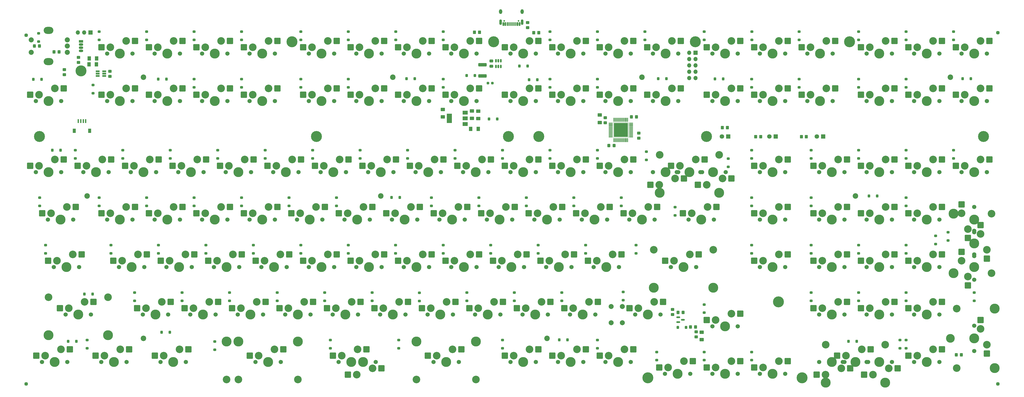
<source format=gbr>
G04 #@! TF.GenerationSoftware,KiCad,Pcbnew,7.0.1*
G04 #@! TF.CreationDate,2023-04-05T01:55:01-04:00*
G04 #@! TF.ProjectId,Boston-keyboard-V081JHA,426f7374-6f6e-42d6-9b65-79626f617264,rev?*
G04 #@! TF.SameCoordinates,Original*
G04 #@! TF.FileFunction,Soldermask,Bot*
G04 #@! TF.FilePolarity,Negative*
%FSLAX46Y46*%
G04 Gerber Fmt 4.6, Leading zero omitted, Abs format (unit mm)*
G04 Created by KiCad (PCBNEW 7.0.1) date 2023-04-05 01:55:01*
%MOMM*%
%LPD*%
G01*
G04 APERTURE LIST*
G04 Aperture macros list*
%AMRoundRect*
0 Rectangle with rounded corners*
0 $1 Rounding radius*
0 $2 $3 $4 $5 $6 $7 $8 $9 X,Y pos of 4 corners*
0 Add a 4 corners polygon primitive as box body*
4,1,4,$2,$3,$4,$5,$6,$7,$8,$9,$2,$3,0*
0 Add four circle primitives for the rounded corners*
1,1,$1+$1,$2,$3*
1,1,$1+$1,$4,$5*
1,1,$1+$1,$6,$7*
1,1,$1+$1,$8,$9*
0 Add four rect primitives between the rounded corners*
20,1,$1+$1,$2,$3,$4,$5,0*
20,1,$1+$1,$4,$5,$6,$7,0*
20,1,$1+$1,$6,$7,$8,$9,0*
20,1,$1+$1,$8,$9,$2,$3,0*%
G04 Aperture macros list end*
%ADD10C,2.200000*%
%ADD11R,1.800000X1.070000*%
%ADD12O,1.800000X1.070000*%
%ADD13R,1.800000X1.800000*%
%ADD14C,1.800000*%
%ADD15C,4.400000*%
%ADD16C,1.448000*%
%ADD17C,2.000000*%
%ADD18R,1.700000X1.700000*%
%ADD19O,1.700000X1.700000*%
%ADD20C,3.500000*%
%ADD21RoundRect,0.250000X-0.350000X0.250000X-0.350000X-0.250000X0.350000X-0.250000X0.350000X0.250000X0*%
%ADD22C,1.701800*%
%ADD23C,3.048000*%
%ADD24C,3.987800*%
%ADD25RoundRect,0.254000X1.016000X1.016000X-1.016000X1.016000X-1.016000X-1.016000X1.016000X-1.016000X0*%
%ADD26RoundRect,0.250000X0.350000X0.450000X-0.350000X0.450000X-0.350000X-0.450000X0.350000X-0.450000X0*%
%ADD27RoundRect,0.250001X-0.462499X-0.624999X0.462499X-0.624999X0.462499X0.624999X-0.462499X0.624999X0*%
%ADD28RoundRect,0.250000X0.250000X0.350000X-0.250000X0.350000X-0.250000X-0.350000X0.250000X-0.350000X0*%
%ADD29RoundRect,0.250001X0.624999X-0.462499X0.624999X0.462499X-0.624999X0.462499X-0.624999X-0.462499X0*%
%ADD30R,2.000000X1.500000*%
%ADD31R,2.000000X3.800000*%
%ADD32RoundRect,0.254000X-1.016000X1.016000X-1.016000X-1.016000X1.016000X-1.016000X1.016000X1.016000X0*%
%ADD33RoundRect,0.250000X-0.450000X0.325000X-0.450000X-0.325000X0.450000X-0.325000X0.450000X0.325000X0*%
%ADD34RoundRect,0.254000X-1.016000X-1.016000X1.016000X-1.016000X1.016000X1.016000X-1.016000X1.016000X0*%
%ADD35RoundRect,0.237500X0.287500X0.237500X-0.287500X0.237500X-0.287500X-0.237500X0.287500X-0.237500X0*%
%ADD36RoundRect,0.250000X1.450000X-0.400000X1.450000X0.400000X-1.450000X0.400000X-1.450000X-0.400000X0*%
%ADD37RoundRect,0.250001X-0.624999X0.462499X-0.624999X-0.462499X0.624999X-0.462499X0.624999X0.462499X0*%
%ADD38RoundRect,0.250000X0.450000X-0.325000X0.450000X0.325000X-0.450000X0.325000X-0.450000X-0.325000X0*%
%ADD39RoundRect,0.254000X1.016000X-1.016000X1.016000X1.016000X-1.016000X1.016000X-1.016000X-1.016000X0*%
%ADD40RoundRect,0.075000X0.662500X0.075000X-0.662500X0.075000X-0.662500X-0.075000X0.662500X-0.075000X0*%
%ADD41RoundRect,0.075000X0.075000X0.662500X-0.075000X0.662500X-0.075000X-0.662500X0.075000X-0.662500X0*%
%ADD42C,2.032000*%
%ADD43O,3.900000X2.799999*%
%ADD44RoundRect,0.250000X0.325000X0.450000X-0.325000X0.450000X-0.325000X-0.450000X0.325000X-0.450000X0*%
%ADD45RoundRect,0.250000X-0.325000X-0.450000X0.325000X-0.450000X0.325000X0.450000X-0.325000X0.450000X0*%
%ADD46C,0.650000*%
%ADD47RoundRect,0.150000X-0.150000X-0.575000X0.150000X-0.575000X0.150000X0.575000X-0.150000X0.575000X0*%
%ADD48RoundRect,0.075000X-0.075000X-0.650000X0.075000X-0.650000X0.075000X0.650000X-0.075000X0.650000X0*%
%ADD49O,1.300000X1.900000*%
%ADD50O,1.100000X2.200000*%
%ADD51R,1.560000X0.650000*%
%ADD52R,0.600000X1.550000*%
%ADD53C,0.500000*%
%ADD54R,1.200000X1.800000*%
%ADD55RoundRect,0.250000X-0.350000X-0.450000X0.350000X-0.450000X0.350000X0.450000X-0.350000X0.450000X0*%
%ADD56RoundRect,0.062500X0.375000X0.062500X-0.375000X0.062500X-0.375000X-0.062500X0.375000X-0.062500X0*%
%ADD57RoundRect,0.062500X0.062500X0.375000X-0.062500X0.375000X-0.062500X-0.375000X0.062500X-0.375000X0*%
%ADD58R,5.600000X5.600000*%
%ADD59RoundRect,0.150000X-0.587500X-0.150000X0.587500X-0.150000X0.587500X0.150000X-0.587500X0.150000X0*%
%ADD60RoundRect,0.250000X-0.475000X0.337500X-0.475000X-0.337500X0.475000X-0.337500X0.475000X0.337500X0*%
%ADD61RoundRect,0.150000X0.150000X-0.512500X0.150000X0.512500X-0.150000X0.512500X-0.150000X-0.512500X0*%
G04 APERTURE END LIST*
D10*
X304125200Y-48899992D03*
D11*
X79000000Y-34470000D03*
D12*
X79000000Y-35740000D03*
X79000000Y-37010000D03*
X79000000Y-38280000D03*
D10*
X389850272Y-96525032D03*
X427950304Y-48899992D03*
D13*
X338732500Y-72712500D03*
D14*
X336192500Y-72712500D03*
D15*
X330000000Y-72712500D03*
D16*
X447000000Y-31000000D03*
D13*
X357782500Y-72712500D03*
D14*
X355242500Y-72712500D03*
D17*
X291750000Y-147400000D03*
X291750000Y-140900000D03*
X296250000Y-147400000D03*
X296250000Y-140900000D03*
D18*
X82825000Y-30950000D03*
D19*
X80285000Y-30950000D03*
X77745000Y-30950000D03*
D16*
X57000000Y-172000000D03*
D10*
X266025168Y-153675080D03*
D16*
X57000000Y-32000000D03*
D10*
X199350112Y-96525032D03*
X104100032Y-153675080D03*
D15*
X173500000Y-72712500D03*
D10*
X204112500Y-48900000D03*
D20*
X427950304Y-153675080D03*
D10*
X81478138Y-96525032D03*
D18*
X325655625Y-39087500D03*
D19*
X323115625Y-39087500D03*
X325655625Y-41627500D03*
X323115625Y-41627500D03*
X325655625Y-44167500D03*
X323115625Y-44167500D03*
X325655625Y-46707500D03*
X323115625Y-46707500D03*
X325655625Y-49247500D03*
X323115625Y-49247500D03*
D13*
X376832500Y-72712500D03*
D14*
X374292500Y-72712500D03*
D16*
X447000000Y-172000000D03*
D21*
X124340625Y-97256250D03*
X124340625Y-100556250D03*
D22*
X280630000Y-87000000D03*
D23*
X278090000Y-81920000D03*
D24*
X275550000Y-87000000D03*
D23*
X271740000Y-84460000D03*
D22*
X270470000Y-87000000D03*
D25*
X281646000Y-81920000D03*
X268184000Y-84460000D03*
D15*
X387468750Y-34675000D03*
X163631250Y-34675000D03*
D26*
X262700000Y-31025000D03*
X260700000Y-31025000D03*
D24*
X401788000Y-171455000D03*
D23*
X401788000Y-156215000D03*
D22*
X394930000Y-163200000D03*
D23*
X392390000Y-158120000D03*
D24*
X389850000Y-163200000D03*
D23*
X386040000Y-160660000D03*
D22*
X384770000Y-163200000D03*
D24*
X377912000Y-171455000D03*
D23*
X377912000Y-156215000D03*
D25*
X395946000Y-158120000D03*
X382484000Y-160660000D03*
D27*
X235412500Y-69625000D03*
X238387500Y-69625000D03*
D21*
X238640625Y-97256250D03*
X238640625Y-100556250D03*
D28*
X262150000Y-49925000D03*
X258850000Y-49925000D03*
D29*
X238400000Y-65512500D03*
X238400000Y-62537500D03*
D15*
X306506250Y-169530000D03*
D22*
X256817500Y-125100000D03*
D23*
X254277500Y-120020000D03*
D24*
X251737500Y-125100000D03*
D23*
X247927500Y-122560000D03*
D22*
X246657500Y-125100000D03*
D25*
X257833500Y-120020000D03*
X244371500Y-122560000D03*
D21*
X286265625Y-49631250D03*
X286265625Y-52931250D03*
D22*
X423505000Y-163200000D03*
D23*
X420965000Y-158120000D03*
D24*
X418425000Y-163200000D03*
D23*
X414615000Y-160660000D03*
D22*
X413345000Y-163200000D03*
D25*
X424521000Y-158120000D03*
X411059000Y-160660000D03*
D22*
X261580000Y-163200000D03*
D23*
X259040000Y-158120000D03*
D24*
X256500000Y-163200000D03*
D23*
X252690000Y-160660000D03*
D22*
X251420000Y-163200000D03*
D25*
X262596000Y-158120000D03*
X249134000Y-160660000D03*
D15*
X441174000Y-72712500D03*
D21*
X224353125Y-49631250D03*
X224353125Y-52931250D03*
D22*
X99655000Y-58425000D03*
D23*
X97115000Y-53345000D03*
D24*
X94575000Y-58425000D03*
D23*
X90765000Y-55885000D03*
D22*
X89495000Y-58425000D03*
D25*
X100671000Y-53345000D03*
X87209000Y-55885000D03*
D22*
X309205000Y-106050000D03*
D23*
X306665000Y-100970000D03*
D24*
X304125000Y-106050000D03*
D23*
X300315000Y-103510000D03*
D22*
X299045000Y-106050000D03*
D25*
X310221000Y-100970000D03*
X296759000Y-103510000D03*
D30*
X233150000Y-63125000D03*
X233150000Y-65425000D03*
D31*
X226850000Y-65425000D03*
D30*
X233150000Y-67725000D03*
D21*
X276778750Y-97256250D03*
X276778750Y-100556250D03*
D22*
X218717500Y-39375000D03*
D23*
X216177500Y-34295000D03*
D24*
X213637500Y-39375000D03*
D23*
X209827500Y-36835000D03*
D22*
X208557500Y-39375000D03*
D25*
X219733500Y-34295000D03*
X206271500Y-36835000D03*
D21*
X348178125Y-78206250D03*
X348178125Y-81506250D03*
D15*
X62300000Y-72712500D03*
D29*
X235900000Y-65412500D03*
X235900000Y-62437500D03*
D28*
X63150000Y-49725000D03*
X59850000Y-49725000D03*
D22*
X437475000Y-100970000D03*
D23*
X432395000Y-103510000D03*
D24*
X437475000Y-106050000D03*
D23*
X434935000Y-109860000D03*
D22*
X437475000Y-111130000D03*
D32*
X432395000Y-99954000D03*
X434935000Y-113416000D03*
D33*
X90600000Y-46500000D03*
X90600000Y-48550000D03*
D22*
X342542500Y-58425000D03*
D23*
X340002500Y-53345000D03*
D24*
X337462500Y-58425000D03*
D23*
X333652500Y-55885000D03*
D22*
X332382500Y-58425000D03*
D25*
X343558500Y-53345000D03*
X330096500Y-55885000D03*
D22*
X361592500Y-125100000D03*
D23*
X359052500Y-120020000D03*
D24*
X356512500Y-125100000D03*
D23*
X352702500Y-122560000D03*
D22*
X351432500Y-125100000D03*
D25*
X362608500Y-120020000D03*
X349146500Y-122560000D03*
D21*
X348216250Y-30581250D03*
X348216250Y-33881250D03*
D22*
X361592500Y-106050000D03*
D23*
X359052500Y-100970000D03*
D24*
X356512500Y-106050000D03*
D23*
X352702500Y-103510000D03*
D22*
X351432500Y-106050000D03*
D25*
X362608500Y-100970000D03*
X349146500Y-103510000D03*
D21*
X76715625Y-78206250D03*
X76715625Y-81506250D03*
X114853750Y-78206250D03*
X114853750Y-81506250D03*
D28*
X212906372Y-49495305D03*
X209606372Y-49495305D03*
D27*
X82262500Y-41325000D03*
X85237500Y-41325000D03*
D15*
X262700000Y-72712500D03*
D22*
X423505000Y-125100000D03*
D23*
X420965000Y-120020000D03*
D24*
X418425000Y-125100000D03*
D23*
X414615000Y-122560000D03*
D22*
X413345000Y-125100000D03*
D25*
X424521000Y-120020000D03*
X411059000Y-122560000D03*
D22*
X97273750Y-163200000D03*
D23*
X94733750Y-158120000D03*
D24*
X92193750Y-163200000D03*
D23*
X88383750Y-160660000D03*
D22*
X87113750Y-163200000D03*
D25*
X98289750Y-158120000D03*
X84827750Y-160660000D03*
D24*
X89844250Y-152405000D03*
D23*
X89844250Y-137165000D03*
D22*
X82986250Y-144150000D03*
D23*
X80446250Y-139070000D03*
D24*
X77906250Y-144150000D03*
D23*
X74096250Y-141610000D03*
D22*
X72826250Y-144150000D03*
D24*
X65968250Y-152405000D03*
D23*
X65968250Y-137165000D03*
D25*
X84002250Y-139070000D03*
X70540250Y-141610000D03*
D22*
X394295000Y-163200000D03*
D23*
X396835000Y-168280000D03*
D24*
X399375000Y-163200000D03*
D23*
X403185000Y-165740000D03*
D22*
X404455000Y-163200000D03*
D34*
X393279000Y-168280000D03*
X406741000Y-165740000D03*
D21*
X243403125Y-116306250D03*
X243403125Y-119606250D03*
D22*
X142517500Y-125100000D03*
D23*
X139977500Y-120020000D03*
D24*
X137437500Y-125100000D03*
D23*
X133627500Y-122560000D03*
D22*
X132357500Y-125100000D03*
D25*
X143533500Y-120020000D03*
X130071500Y-122560000D03*
D22*
X299680000Y-39375000D03*
D23*
X297140000Y-34295000D03*
D24*
X294600000Y-39375000D03*
D23*
X290790000Y-36835000D03*
D22*
X289520000Y-39375000D03*
D25*
X300696000Y-34295000D03*
X287234000Y-36835000D03*
D22*
X333017500Y-106050000D03*
D23*
X330477500Y-100970000D03*
D24*
X327937500Y-106050000D03*
D23*
X324127500Y-103510000D03*
D22*
X322857500Y-106050000D03*
D25*
X334033500Y-100970000D03*
X320571500Y-103510000D03*
D22*
X132992500Y-144150000D03*
D23*
X130452500Y-139070000D03*
D24*
X127912500Y-144150000D03*
D23*
X124102500Y-141610000D03*
D22*
X122832500Y-144150000D03*
D25*
X134008500Y-139070000D03*
X120546500Y-141610000D03*
D21*
X407709375Y-154406250D03*
X407709375Y-157706250D03*
X329128125Y-30581250D03*
X329128125Y-33881250D03*
D22*
X266342500Y-144150000D03*
D23*
X263802500Y-139070000D03*
D24*
X261262500Y-144150000D03*
D23*
X257452500Y-141610000D03*
D22*
X256182500Y-144150000D03*
D25*
X267358500Y-139070000D03*
X253896500Y-141610000D03*
D22*
X218717500Y-125100000D03*
D23*
X216177500Y-120020000D03*
D24*
X213637500Y-125100000D03*
D23*
X209827500Y-122560000D03*
D22*
X208557500Y-125100000D03*
D25*
X219733500Y-120020000D03*
X206271500Y-122560000D03*
D21*
X172003750Y-78206250D03*
X172003750Y-81506250D03*
D22*
X185380000Y-87000000D03*
D23*
X182840000Y-81920000D03*
D24*
X180300000Y-87000000D03*
D23*
X176490000Y-84460000D03*
D22*
X175220000Y-87000000D03*
D25*
X186396000Y-81920000D03*
X172934000Y-84460000D03*
D24*
X332731964Y-133355000D03*
D23*
X332731964Y-118115000D03*
D22*
X325873964Y-125100000D03*
D23*
X323333964Y-120020000D03*
D24*
X320793964Y-125100000D03*
D23*
X316983964Y-122560000D03*
D22*
X315713964Y-125100000D03*
D24*
X308855964Y-133355000D03*
D23*
X308855964Y-118115000D03*
D25*
X326889964Y-120020000D03*
X313427964Y-122560000D03*
D21*
X219590625Y-97256250D03*
X219590625Y-100556250D03*
D22*
X299680000Y-87000000D03*
D23*
X297140000Y-81920000D03*
D24*
X294600000Y-87000000D03*
D23*
X290790000Y-84460000D03*
D22*
X289520000Y-87000000D03*
D25*
X300696000Y-81920000D03*
X287234000Y-84460000D03*
D22*
X156805000Y-58425000D03*
D23*
X154265000Y-53345000D03*
D24*
X151725000Y-58425000D03*
D23*
X147915000Y-55885000D03*
D22*
X146645000Y-58425000D03*
D25*
X157821000Y-53345000D03*
X144359000Y-55885000D03*
D22*
X199667500Y-125100000D03*
D23*
X197127500Y-120020000D03*
D24*
X194587500Y-125100000D03*
D23*
X190777500Y-122560000D03*
D22*
X189507500Y-125100000D03*
D25*
X200683500Y-120020000D03*
X187221500Y-122560000D03*
D15*
X244593750Y-34675000D03*
D28*
X70750000Y-78225000D03*
X67450000Y-78225000D03*
D22*
X261580160Y-39375000D03*
D23*
X259040160Y-34295000D03*
D24*
X256500160Y-39375000D03*
D23*
X252690160Y-36835000D03*
D22*
X251420160Y-39375000D03*
D25*
X262596160Y-34295000D03*
X249134160Y-36835000D03*
D21*
X167241250Y-116306250D03*
X167241250Y-119606250D03*
D22*
X223480000Y-87000000D03*
D23*
X220940000Y-81920000D03*
D24*
X218400000Y-87000000D03*
D23*
X214590000Y-84460000D03*
D22*
X213320000Y-87000000D03*
D25*
X224496000Y-81920000D03*
X211034000Y-84460000D03*
D22*
X442555000Y-87000000D03*
D23*
X440015000Y-81920000D03*
D24*
X437475000Y-87000000D03*
D23*
X433665000Y-84460000D03*
D22*
X432395000Y-87000000D03*
D25*
X443571000Y-81920000D03*
X430109000Y-84460000D03*
D21*
X296600000Y-135075000D03*
X296600000Y-138375000D03*
X410090625Y-97256250D03*
X410090625Y-100556250D03*
D33*
X289400000Y-65139069D03*
X289400000Y-67189069D03*
D22*
X118705000Y-106050000D03*
D23*
X116165000Y-100970000D03*
D24*
X113625000Y-106050000D03*
D23*
X109815000Y-103510000D03*
D22*
X108545000Y-106050000D03*
D25*
X119721000Y-100970000D03*
X106259000Y-103510000D03*
D22*
X194905000Y-106050000D03*
D23*
X192365000Y-100970000D03*
D24*
X189825000Y-106050000D03*
D23*
X186015000Y-103510000D03*
D22*
X184745000Y-106050000D03*
D25*
X195921000Y-100970000D03*
X182459000Y-103510000D03*
D21*
X61975000Y-31275000D03*
X61975000Y-34575000D03*
D22*
X113942500Y-144150000D03*
D23*
X111402500Y-139070000D03*
D24*
X108862500Y-144150000D03*
D23*
X105052500Y-141610000D03*
D22*
X103782500Y-144150000D03*
D25*
X114958500Y-139070000D03*
X101496500Y-141610000D03*
D22*
X404455000Y-144150000D03*
D23*
X401915000Y-139070000D03*
D24*
X399375000Y-144150000D03*
D23*
X395565000Y-141610000D03*
D22*
X394295000Y-144150000D03*
D25*
X405471000Y-139070000D03*
X392009000Y-141610000D03*
D22*
X190142500Y-144150000D03*
D23*
X187602500Y-139070000D03*
D24*
X185062500Y-144150000D03*
D23*
X181252500Y-141610000D03*
D22*
X179982500Y-144150000D03*
D25*
X191158500Y-139070000D03*
X177696500Y-141610000D03*
D21*
X367228125Y-30581250D03*
X367228125Y-33881250D03*
D22*
X90130000Y-87000000D03*
D23*
X87590000Y-81920000D03*
D24*
X85050000Y-87000000D03*
D23*
X81240000Y-84460000D03*
D22*
X79970000Y-87000000D03*
D25*
X91146000Y-81920000D03*
X77684000Y-84460000D03*
D24*
X335113000Y-95255000D03*
D23*
X335113000Y-80015000D03*
D22*
X328255000Y-87000000D03*
D23*
X325715000Y-81920000D03*
D24*
X323175000Y-87000000D03*
D23*
X319365000Y-84460000D03*
D22*
X318095000Y-87000000D03*
D24*
X311237000Y-95255000D03*
D23*
X311237000Y-80015000D03*
D25*
X329271000Y-81920000D03*
X315809000Y-84460000D03*
D21*
X143390625Y-30581250D03*
X143390625Y-33881250D03*
D22*
X128230000Y-87000000D03*
D23*
X125690000Y-81920000D03*
D24*
X123150000Y-87000000D03*
D23*
X119340000Y-84460000D03*
D22*
X118070000Y-87000000D03*
D25*
X129246000Y-81920000D03*
X115784000Y-84460000D03*
D21*
X437475000Y-135356250D03*
X437475000Y-138656250D03*
D22*
X423505000Y-87000000D03*
D23*
X420965000Y-81920000D03*
D24*
X418425000Y-87000000D03*
D23*
X414615000Y-84460000D03*
D22*
X413345000Y-87000000D03*
D25*
X424521000Y-81920000D03*
X411059000Y-84460000D03*
D22*
X442555000Y-58425000D03*
D23*
X440015000Y-53345000D03*
D24*
X437475000Y-58425000D03*
D23*
X433665000Y-55885000D03*
D22*
X432395000Y-58425000D03*
D25*
X443571000Y-53345000D03*
X430109000Y-55885000D03*
D22*
X199667606Y-39375000D03*
D23*
X197127606Y-34295000D03*
D24*
X194587606Y-39375000D03*
D23*
X190777606Y-36835000D03*
D22*
X189507606Y-39375000D03*
D25*
X200683606Y-34295000D03*
X187221606Y-36835000D03*
D22*
X404455000Y-39375000D03*
D23*
X401915000Y-34295000D03*
D24*
X399375000Y-39375000D03*
D23*
X395565000Y-36835000D03*
D22*
X394295000Y-39375000D03*
D25*
X405471000Y-34295000D03*
X392009000Y-36835000D03*
D21*
X205341250Y-30581250D03*
X205341250Y-33881250D03*
D22*
X156805000Y-39375000D03*
D23*
X154265000Y-34295000D03*
D24*
X151725000Y-39375000D03*
D23*
X147915000Y-36835000D03*
D22*
X146645000Y-39375000D03*
D25*
X157821000Y-34295000D03*
X144359000Y-36835000D03*
D21*
X317460000Y-101066250D03*
X317460000Y-104366250D03*
X124340625Y-49631250D03*
X124340625Y-52931250D03*
D33*
X78000000Y-40900000D03*
X78000000Y-42950000D03*
D21*
X81478125Y-154406250D03*
X81478125Y-157706250D03*
D26*
X351800000Y-72725000D03*
X349800000Y-72725000D03*
D22*
X275867500Y-125100000D03*
D23*
X273327500Y-120020000D03*
D24*
X270787500Y-125100000D03*
D23*
X266977500Y-122560000D03*
D22*
X265707500Y-125100000D03*
D25*
X276883500Y-120020000D03*
X263421500Y-122560000D03*
D15*
X79000000Y-46375000D03*
D22*
X237767500Y-58425000D03*
D23*
X235227500Y-53345000D03*
D24*
X232687500Y-58425000D03*
D23*
X228877500Y-55885000D03*
D22*
X227607500Y-58425000D03*
D25*
X238783500Y-53345000D03*
X225321500Y-55885000D03*
D22*
X404455000Y-125100000D03*
D23*
X401915000Y-120020000D03*
D24*
X399375000Y-125100000D03*
D23*
X395565000Y-122560000D03*
D22*
X394295000Y-125100000D03*
D25*
X405471000Y-120020000D03*
X392009000Y-122560000D03*
D22*
X280630000Y-39375000D03*
D23*
X278090000Y-34295000D03*
D24*
X275550000Y-39375000D03*
D23*
X271740000Y-36835000D03*
D22*
X270470000Y-39375000D03*
D25*
X281646000Y-34295000D03*
X268184000Y-36835000D03*
D22*
X342542500Y-148912500D03*
D23*
X340002500Y-143832500D03*
D24*
X337462500Y-148912500D03*
D23*
X333652500Y-146372500D03*
D22*
X332382500Y-148912500D03*
D25*
X343558500Y-143832500D03*
X330096500Y-146372500D03*
D21*
X64809375Y-116306250D03*
X64809375Y-119606250D03*
X348178125Y-159168750D03*
X348178125Y-162468750D03*
D22*
X209192500Y-144150000D03*
D23*
X206652500Y-139070000D03*
D24*
X204112500Y-144150000D03*
D23*
X200302500Y-141610000D03*
D22*
X199032500Y-144150000D03*
D25*
X210208500Y-139070000D03*
X196746500Y-141610000D03*
D23*
X237481750Y-170185000D03*
D24*
X237481750Y-154945000D03*
D22*
X230623750Y-163200000D03*
D23*
X228083750Y-158120000D03*
D24*
X225543750Y-163200000D03*
D23*
X221733750Y-160660000D03*
D22*
X220463750Y-163200000D03*
D23*
X213605750Y-170185000D03*
D24*
X213605750Y-154945000D03*
D25*
X231639750Y-158120000D03*
X218177750Y-160660000D03*
D21*
X124340625Y-30581250D03*
X124340625Y-33881250D03*
D35*
X244075000Y-51225000D03*
X242325000Y-51225000D03*
D21*
X91003125Y-116306250D03*
X91003125Y-119606250D03*
X301743948Y-116306300D03*
X301743948Y-119606300D03*
D22*
X180617500Y-58425000D03*
D23*
X178077500Y-53345000D03*
D24*
X175537500Y-58425000D03*
D23*
X171727500Y-55885000D03*
D22*
X170457500Y-58425000D03*
D25*
X181633500Y-53345000D03*
X168171500Y-55885000D03*
D22*
X437475000Y-120020000D03*
D23*
X432395000Y-122560000D03*
D24*
X437475000Y-125100000D03*
D23*
X434935000Y-128910000D03*
D22*
X437475000Y-130180000D03*
D32*
X432395000Y-119004000D03*
X434935000Y-132466000D03*
D22*
X327620000Y-87000000D03*
D23*
X330160000Y-92080000D03*
D24*
X332700000Y-87000000D03*
D23*
X336510000Y-89540000D03*
D22*
X337780000Y-87000000D03*
D34*
X326604000Y-92080000D03*
X340066000Y-89540000D03*
D36*
X240100000Y-48350000D03*
X240100000Y-43900000D03*
D21*
X119578125Y-135356250D03*
X119578125Y-138656250D03*
D22*
X187126250Y-163200000D03*
D23*
X189666250Y-168280000D03*
D24*
X192206250Y-163200000D03*
D23*
X196016250Y-165740000D03*
D22*
X197286250Y-163200000D03*
D34*
X186110250Y-168280000D03*
X199572250Y-165740000D03*
D21*
X295790625Y-97256250D03*
X295790625Y-100556250D03*
X83859375Y-52012500D03*
X83859375Y-55312500D03*
D22*
X180617590Y-39375000D03*
D23*
X178077590Y-34295000D03*
D24*
X175537590Y-39375000D03*
D23*
X171727590Y-36835000D03*
D22*
X170457590Y-39375000D03*
D25*
X181633590Y-34295000D03*
X168171590Y-36835000D03*
D22*
X290155000Y-106050000D03*
D23*
X287615000Y-100970000D03*
D24*
X285075000Y-106050000D03*
D23*
X281265000Y-103510000D03*
D22*
X279995000Y-106050000D03*
D25*
X291171000Y-100970000D03*
X277709000Y-103510000D03*
D22*
X308570000Y-87000000D03*
D23*
X311110000Y-92080000D03*
D24*
X313650000Y-87000000D03*
D23*
X317460000Y-89540000D03*
D22*
X318730000Y-87000000D03*
D34*
X307554000Y-92080000D03*
X321016000Y-89540000D03*
D22*
X404455000Y-106050000D03*
D23*
X401915000Y-100970000D03*
D24*
X399375000Y-106050000D03*
D23*
X395565000Y-103510000D03*
D22*
X394295000Y-106050000D03*
D25*
X405471000Y-100970000D03*
X392009000Y-103510000D03*
D21*
X329128125Y-140118750D03*
X329128125Y-143418750D03*
D22*
X118705000Y-39375000D03*
D23*
X116165000Y-34295000D03*
D24*
X113625000Y-39375000D03*
D23*
X109815000Y-36835000D03*
D22*
X108545000Y-39375000D03*
D25*
X119721000Y-34295000D03*
X106259000Y-36835000D03*
D37*
X328100000Y-151237500D03*
X328100000Y-154212500D03*
D22*
X237767500Y-125100000D03*
D23*
X235227500Y-120020000D03*
D24*
X232687500Y-125100000D03*
D23*
X228877500Y-122560000D03*
D22*
X227607500Y-125100000D03*
D25*
X238783500Y-120020000D03*
X225321500Y-122560000D03*
D21*
X348178125Y-116306250D03*
X348178125Y-119606250D03*
D22*
X137755000Y-106050000D03*
D23*
X135215000Y-100970000D03*
D24*
X132675000Y-106050000D03*
D23*
X128865000Y-103510000D03*
D22*
X127595000Y-106050000D03*
D25*
X138771000Y-100970000D03*
X125309000Y-103510000D03*
D22*
X199667500Y-58425000D03*
D23*
X197127500Y-53345000D03*
D24*
X194587500Y-58425000D03*
D23*
X190777500Y-55885000D03*
D22*
X189507500Y-58425000D03*
D25*
X200683500Y-53345000D03*
X187221500Y-55885000D03*
D15*
X358894000Y-139100000D03*
D28*
X436148747Y-49495305D03*
X432848747Y-49495305D03*
D23*
X166044250Y-170185000D03*
D24*
X166044250Y-154945000D03*
D22*
X159186250Y-163200000D03*
D23*
X156646250Y-158120000D03*
D24*
X154106250Y-163200000D03*
D23*
X150296250Y-160660000D03*
D22*
X149026250Y-163200000D03*
D23*
X142168250Y-170185000D03*
D24*
X142168250Y-154945000D03*
D25*
X160202250Y-158120000D03*
X146740250Y-160660000D03*
D21*
X305911139Y-78801581D03*
X305911139Y-82101581D03*
X129103125Y-116306250D03*
X129103125Y-119606250D03*
D38*
X302900000Y-73350000D03*
X302900000Y-71300000D03*
D22*
X171092500Y-144150000D03*
D23*
X168552500Y-139070000D03*
D24*
X166012500Y-144150000D03*
D23*
X162202500Y-141610000D03*
D22*
X160932500Y-144150000D03*
D25*
X172108500Y-139070000D03*
X158646500Y-141610000D03*
D22*
X342542500Y-167962500D03*
D23*
X340002500Y-162882500D03*
D24*
X337462500Y-167962500D03*
D23*
X333652500Y-165422500D03*
D22*
X332382500Y-167962500D03*
D25*
X343558500Y-162882500D03*
X330096500Y-165422500D03*
D22*
X75842500Y-106050000D03*
D23*
X73302500Y-100970000D03*
D24*
X70762500Y-106050000D03*
D23*
X66952500Y-103510000D03*
D22*
X65682500Y-106050000D03*
D25*
X76858500Y-100970000D03*
X63396500Y-103510000D03*
D22*
X375245000Y-163200000D03*
D23*
X377785000Y-168280000D03*
D24*
X380325000Y-163200000D03*
D23*
X384135000Y-165740000D03*
D22*
X385405000Y-163200000D03*
D34*
X374229000Y-168280000D03*
X387691000Y-165740000D03*
D21*
X329128125Y-159168750D03*
X329128125Y-162468750D03*
X371990625Y-97256250D03*
X371990625Y-100556250D03*
D22*
X99655000Y-106050000D03*
D23*
X97115000Y-100970000D03*
D24*
X94575000Y-106050000D03*
D23*
X90765000Y-103510000D03*
D22*
X89495000Y-106050000D03*
D25*
X100671000Y-100970000D03*
X87209000Y-103510000D03*
D21*
X338800000Y-81550000D03*
X338800000Y-84850000D03*
D22*
X71080000Y-58425000D03*
D23*
X68540000Y-53345000D03*
D24*
X66000000Y-58425000D03*
D23*
X62190000Y-55885000D03*
D22*
X60920000Y-58425000D03*
D25*
X72096000Y-53345000D03*
X58634000Y-55885000D03*
D22*
X318730000Y-39375000D03*
D23*
X316190000Y-34295000D03*
D24*
X313650000Y-39375000D03*
D23*
X309840000Y-36835000D03*
D22*
X308570000Y-39375000D03*
D25*
X319746000Y-34295000D03*
X306284000Y-36835000D03*
D21*
X176766250Y-135356250D03*
X176766250Y-138656250D03*
X248165625Y-78206250D03*
X248165625Y-81506250D03*
D22*
X361592500Y-167962500D03*
D23*
X359052500Y-162882500D03*
D24*
X356512500Y-167962500D03*
D23*
X352702500Y-165422500D03*
D22*
X351432500Y-167962500D03*
D25*
X362608500Y-162882500D03*
X349146500Y-165422500D03*
D22*
X261580000Y-87000000D03*
D23*
X259040000Y-81920000D03*
D24*
X256500000Y-87000000D03*
D23*
X252690000Y-84460000D03*
D22*
X251420000Y-87000000D03*
D25*
X262596000Y-81920000D03*
X249134000Y-84460000D03*
D22*
X99655000Y-39375000D03*
D23*
X97115000Y-34295000D03*
D24*
X94575000Y-39375000D03*
D23*
X90765000Y-36835000D03*
D22*
X89495000Y-39375000D03*
D25*
X100671000Y-34295000D03*
X87209000Y-36835000D03*
D21*
X138628125Y-135356250D03*
X138628125Y-138656250D03*
D37*
X287200000Y-64081256D03*
X287200000Y-67056256D03*
D22*
X147280000Y-87000000D03*
D23*
X144740000Y-81920000D03*
D24*
X142200000Y-87000000D03*
D23*
X138390000Y-84460000D03*
D22*
X137120000Y-87000000D03*
D25*
X148296000Y-81920000D03*
X134834000Y-84460000D03*
D21*
X371990625Y-135356250D03*
X371990625Y-138656250D03*
X305315625Y-30581250D03*
X305315625Y-33881250D03*
D33*
X258250000Y-26975000D03*
X258250000Y-29025000D03*
D24*
X429220000Y-127513000D03*
D23*
X444460000Y-127513000D03*
D22*
X437475000Y-120655000D03*
D23*
X442555000Y-118115000D03*
D24*
X437475000Y-115575000D03*
D23*
X440015000Y-111765000D03*
D22*
X437475000Y-110495000D03*
D24*
X429220000Y-103637000D03*
D23*
X444460000Y-103637000D03*
D39*
X442555000Y-121671000D03*
X440015000Y-108209000D03*
D22*
X361592500Y-58425000D03*
D23*
X359052500Y-53345000D03*
D24*
X356512500Y-58425000D03*
D23*
X352702500Y-55885000D03*
D22*
X351432500Y-58425000D03*
D25*
X362608500Y-53345000D03*
X349146500Y-55885000D03*
D22*
X228242500Y-144150000D03*
D23*
X225702500Y-139070000D03*
D24*
X223162500Y-144150000D03*
D23*
X219352500Y-141610000D03*
D22*
X218082500Y-144150000D03*
D25*
X229258500Y-139070000D03*
X215796500Y-141610000D03*
D21*
X391040625Y-49631250D03*
X391040625Y-52931250D03*
X281503125Y-116306250D03*
X281503125Y-119606250D03*
X286265625Y-78206250D03*
X286265625Y-81506250D03*
D22*
X361592500Y-39375000D03*
D23*
X359052500Y-34295000D03*
D24*
X356512500Y-39375000D03*
D23*
X352702500Y-36835000D03*
D22*
X351432500Y-39375000D03*
D25*
X362608500Y-34295000D03*
X349146500Y-36835000D03*
D21*
X210065625Y-78206250D03*
X210065625Y-81506250D03*
X348178125Y-49631250D03*
X348178125Y-52931250D03*
D28*
X274223611Y-154270393D03*
X270923611Y-154270393D03*
D21*
X224391250Y-30581250D03*
X224391250Y-33881250D03*
D22*
X280630000Y-163200000D03*
D23*
X278090000Y-158120000D03*
D24*
X275550000Y-163200000D03*
D23*
X271740000Y-160660000D03*
D22*
X270470000Y-163200000D03*
D25*
X281646000Y-158120000D03*
X268184000Y-160660000D03*
D22*
X121086250Y-163200000D03*
D23*
X118546250Y-158120000D03*
D24*
X116006250Y-163200000D03*
D23*
X112196250Y-160660000D03*
D22*
X110926250Y-163200000D03*
D25*
X122102250Y-158120000D03*
X108640250Y-160660000D03*
D22*
X380642500Y-39375000D03*
D23*
X378102500Y-34295000D03*
D24*
X375562500Y-39375000D03*
D23*
X371752500Y-36835000D03*
D22*
X370482500Y-39375000D03*
D25*
X381658500Y-34295000D03*
X368196500Y-36835000D03*
D22*
X442555000Y-39375000D03*
D23*
X440015000Y-34295000D03*
D24*
X437475000Y-39375000D03*
D23*
X433665000Y-36835000D03*
D22*
X432395000Y-39375000D03*
D25*
X443571000Y-34295000D03*
X430109000Y-36835000D03*
D22*
X404455000Y-87000000D03*
D23*
X401915000Y-81920000D03*
D24*
X399375000Y-87000000D03*
D23*
X395565000Y-84460000D03*
D22*
X394295000Y-87000000D03*
D25*
X405471000Y-81920000D03*
X392009000Y-84460000D03*
D21*
X257690625Y-97256250D03*
X257690625Y-100556250D03*
X186253125Y-116306250D03*
X186253125Y-119606250D03*
D22*
X137755000Y-39375000D03*
D23*
X135215000Y-34295000D03*
D24*
X132675000Y-39375000D03*
D23*
X128865000Y-36835000D03*
D22*
X127595000Y-39375000D03*
D25*
X138771000Y-34295000D03*
X125309000Y-36835000D03*
D22*
X242530000Y-87000000D03*
D23*
X239990000Y-81920000D03*
D24*
X237450000Y-87000000D03*
D23*
X233640000Y-84460000D03*
D22*
X232370000Y-87000000D03*
D25*
X243546000Y-81920000D03*
X230084000Y-84460000D03*
D22*
X342542500Y-39375000D03*
D23*
X340002500Y-34295000D03*
D24*
X337462500Y-39375000D03*
D23*
X333652500Y-36835000D03*
D22*
X332382500Y-39375000D03*
D25*
X343558500Y-34295000D03*
X330096500Y-36835000D03*
D21*
X186253125Y-49631250D03*
X186253125Y-52931250D03*
X391040625Y-116306250D03*
X391040625Y-119606250D03*
D22*
X152042500Y-144150000D03*
D23*
X149502500Y-139070000D03*
D24*
X146962500Y-144150000D03*
D23*
X143152500Y-141610000D03*
D22*
X141882500Y-144150000D03*
D25*
X153058500Y-139070000D03*
X139596500Y-141610000D03*
D21*
X214828125Y-135396875D03*
X214828125Y-138696875D03*
D22*
X423505000Y-144150000D03*
D23*
X420965000Y-139070000D03*
D24*
X418425000Y-144150000D03*
D23*
X414615000Y-141610000D03*
D22*
X413345000Y-144150000D03*
D25*
X424521000Y-139070000D03*
X411059000Y-141610000D03*
D15*
X368418750Y-169531000D03*
D22*
X109180000Y-87000000D03*
D23*
X106640000Y-81920000D03*
D24*
X104100000Y-87000000D03*
D23*
X100290000Y-84460000D03*
D22*
X99020000Y-87000000D03*
D25*
X110196000Y-81920000D03*
X96734000Y-84460000D03*
D15*
X250500000Y-72712500D03*
D22*
X71080000Y-87000000D03*
D23*
X68540000Y-81920000D03*
D24*
X66000000Y-87000000D03*
D23*
X62190000Y-84460000D03*
D22*
X60920000Y-87000000D03*
D25*
X72096000Y-81920000D03*
X58634000Y-84460000D03*
D29*
X224200000Y-64812500D03*
X224200000Y-61837500D03*
D21*
X348178125Y-97256250D03*
X348178125Y-100556250D03*
X391040625Y-78206250D03*
X391040625Y-81506250D03*
D15*
X325556250Y-34675000D03*
D22*
X78223750Y-125100000D03*
D23*
X75683750Y-120020000D03*
D24*
X73143750Y-125100000D03*
D23*
X69333750Y-122560000D03*
D22*
X68063750Y-125100000D03*
D25*
X79239750Y-120020000D03*
X65777750Y-122560000D03*
D21*
X429140625Y-30581250D03*
X429140625Y-33881250D03*
X195816250Y-135356250D03*
X195816250Y-138656250D03*
D22*
X161567500Y-125100000D03*
D23*
X159027500Y-120020000D03*
D24*
X156487500Y-125100000D03*
D23*
X152677500Y-122560000D03*
D22*
X151407500Y-125100000D03*
D25*
X162583500Y-120020000D03*
X149121500Y-122560000D03*
D21*
X286265625Y-154406250D03*
X286265625Y-157706250D03*
D22*
X280630000Y-58425000D03*
D23*
X278090000Y-53345000D03*
D24*
X275550000Y-58425000D03*
D23*
X271740000Y-55885000D03*
D22*
X270470000Y-58425000D03*
D25*
X281646000Y-53345000D03*
X268184000Y-55885000D03*
D22*
X180617500Y-125100000D03*
D23*
X178077500Y-120020000D03*
D24*
X175537500Y-125100000D03*
D23*
X171727500Y-122560000D03*
D22*
X170457500Y-125100000D03*
D25*
X181633500Y-120020000D03*
X168171500Y-122560000D03*
D21*
X410090625Y-30581250D03*
X410090625Y-33881250D03*
D22*
X423505000Y-106050000D03*
D23*
X420965000Y-100970000D03*
D24*
X418425000Y-106050000D03*
D23*
X414615000Y-103510000D03*
D22*
X413345000Y-106050000D03*
D25*
X424521000Y-100970000D03*
X411059000Y-103510000D03*
D22*
X247292500Y-144150000D03*
D23*
X244752500Y-139070000D03*
D24*
X242212500Y-144150000D03*
D23*
X238402500Y-141610000D03*
D22*
X237132500Y-144150000D03*
D25*
X248308500Y-139070000D03*
X234846500Y-141610000D03*
D21*
X410090625Y-154406250D03*
X410090625Y-157706250D03*
D28*
X390309375Y-154865625D03*
X387009375Y-154865625D03*
D22*
X118705000Y-58425000D03*
D23*
X116165000Y-53345000D03*
D24*
X113625000Y-58425000D03*
D23*
X109815000Y-55885000D03*
D22*
X108545000Y-58425000D03*
D25*
X119721000Y-53345000D03*
X106259000Y-55885000D03*
D21*
X167203125Y-30581250D03*
X167203125Y-33881250D03*
D40*
X299813125Y-67316875D03*
X299813125Y-67816875D03*
X299813125Y-68316875D03*
X299813125Y-68816875D03*
X299813125Y-69316875D03*
X299813125Y-69816875D03*
X299813125Y-70316875D03*
X299813125Y-70816875D03*
X299813125Y-71316875D03*
X299813125Y-71816875D03*
X299813125Y-72316875D03*
X299813125Y-72816875D03*
D41*
X298400625Y-74229375D03*
X297900625Y-74229375D03*
X297400625Y-74229375D03*
X296900625Y-74229375D03*
X296400625Y-74229375D03*
X295900625Y-74229375D03*
X295400625Y-74229375D03*
X294900625Y-74229375D03*
X294400625Y-74229375D03*
X293900625Y-74229375D03*
X293400625Y-74229375D03*
X292900625Y-74229375D03*
D40*
X291488125Y-72816875D03*
X291488125Y-72316875D03*
X291488125Y-71816875D03*
X291488125Y-71316875D03*
X291488125Y-70816875D03*
X291488125Y-70316875D03*
X291488125Y-69816875D03*
X291488125Y-69316875D03*
X291488125Y-68816875D03*
X291488125Y-68316875D03*
X291488125Y-67816875D03*
X291488125Y-67316875D03*
D41*
X292900625Y-65904375D03*
X293400625Y-65904375D03*
X293900625Y-65904375D03*
X294400625Y-65904375D03*
X294900625Y-65904375D03*
X295400625Y-65904375D03*
X295900625Y-65904375D03*
X296400625Y-65904375D03*
X296900625Y-65904375D03*
X297400625Y-65904375D03*
X297900625Y-65904375D03*
X298400625Y-65904375D03*
D21*
X152953750Y-78206250D03*
X152953750Y-81506250D03*
D28*
X206953242Y-97120345D03*
X203653242Y-97120345D03*
D21*
X233878125Y-135356250D03*
X233878125Y-138656250D03*
X371990625Y-78206250D03*
X371990625Y-81506250D03*
X391040625Y-135356250D03*
X391040625Y-138656250D03*
D22*
X156805000Y-106050000D03*
D23*
X154265000Y-100970000D03*
D24*
X151725000Y-106050000D03*
D23*
X147915000Y-103510000D03*
D22*
X146645000Y-106050000D03*
D25*
X157821000Y-100970000D03*
X144359000Y-103510000D03*
D21*
X186253125Y-30581250D03*
X186253125Y-33881250D03*
D22*
X385405000Y-106050000D03*
D23*
X382865000Y-100970000D03*
D24*
X380325000Y-106050000D03*
D23*
X376515000Y-103510000D03*
D22*
X375245000Y-106050000D03*
D25*
X386421000Y-100970000D03*
X372959000Y-103510000D03*
D28*
X237050000Y-48225000D03*
X233750000Y-48225000D03*
D21*
X267215625Y-78206250D03*
X267215625Y-81506250D03*
X110053125Y-116306250D03*
X110053125Y-119606250D03*
D22*
X261580000Y-58425000D03*
D23*
X259040000Y-53345000D03*
D24*
X256500000Y-58425000D03*
D23*
X252690000Y-55885000D03*
D22*
X251420000Y-58425000D03*
D25*
X262596000Y-53345000D03*
X249134000Y-55885000D03*
D21*
X100528125Y-135356250D03*
X100528125Y-138656250D03*
D42*
X73500000Y-33875000D03*
X73500000Y-38875000D03*
X73500000Y-36375000D03*
D43*
X66000000Y-30125000D03*
X66000000Y-42625000D03*
D42*
X59000000Y-33875000D03*
X59000000Y-38875000D03*
D44*
X325625000Y-149125000D03*
X323575000Y-149125000D03*
D21*
X371990625Y-116306250D03*
X371990625Y-119606250D03*
D22*
X318730000Y-58425000D03*
D23*
X316190000Y-53345000D03*
D24*
X313650000Y-58425000D03*
D23*
X309840000Y-55885000D03*
D22*
X308570000Y-58425000D03*
D25*
X319746000Y-53345000D03*
X306284000Y-55885000D03*
D21*
X429140625Y-78206250D03*
X429140625Y-81506250D03*
X229115625Y-78206250D03*
X229115625Y-81506250D03*
D28*
X336750000Y-49525000D03*
X333450000Y-49525000D03*
D22*
X237767500Y-39375000D03*
D23*
X235227500Y-34295000D03*
D24*
X232687500Y-39375000D03*
D23*
X228877500Y-36835000D03*
D22*
X227607500Y-39375000D03*
D25*
X238783500Y-34295000D03*
X225321500Y-36835000D03*
D21*
X391040625Y-30581250D03*
X391040625Y-33881250D03*
D22*
X385405000Y-125100000D03*
D23*
X382865000Y-120020000D03*
D24*
X380325000Y-125100000D03*
D23*
X376515000Y-122560000D03*
D22*
X375245000Y-125100000D03*
D25*
X386421000Y-120020000D03*
X372959000Y-122560000D03*
D22*
X299680000Y-58425000D03*
D23*
X297140000Y-53345000D03*
D24*
X294600000Y-58425000D03*
D23*
X290790000Y-55885000D03*
D22*
X289520000Y-58425000D03*
D25*
X300696000Y-53345000D03*
X287234000Y-55885000D03*
D22*
X271105000Y-106050000D03*
D23*
X268565000Y-100970000D03*
D24*
X266025000Y-106050000D03*
D23*
X262215000Y-103510000D03*
D22*
X260945000Y-106050000D03*
D25*
X272121000Y-100970000D03*
X258659000Y-103510000D03*
D21*
X157716250Y-135356250D03*
X157716250Y-138656250D03*
D28*
X77175000Y-154900000D03*
X73875000Y-154900000D03*
D10*
X104100000Y-48900000D03*
D21*
X62428125Y-97256250D03*
X62428125Y-100556250D03*
D22*
X294917500Y-125100000D03*
D23*
X292377500Y-120020000D03*
D24*
X289837500Y-125100000D03*
D23*
X286027500Y-122560000D03*
D22*
X284757500Y-125100000D03*
D25*
X295933500Y-120020000D03*
X282471500Y-122560000D03*
D28*
X83650000Y-135900000D03*
X80350000Y-135900000D03*
D22*
X166330000Y-87000000D03*
D23*
X163790000Y-81920000D03*
D24*
X161250000Y-87000000D03*
D23*
X157440000Y-84460000D03*
D22*
X156170000Y-87000000D03*
D25*
X167346000Y-81920000D03*
X153884000Y-84460000D03*
D22*
X104417500Y-125100000D03*
D23*
X101877500Y-120020000D03*
D24*
X99337500Y-125100000D03*
D23*
X95527500Y-122560000D03*
D22*
X94257500Y-125100000D03*
D25*
X105433500Y-120020000D03*
X91971500Y-122560000D03*
D21*
X167203125Y-49631250D03*
X167203125Y-52931250D03*
D22*
X380642500Y-58425000D03*
D23*
X378102500Y-53345000D03*
D24*
X375562500Y-58425000D03*
D23*
X371752500Y-55885000D03*
D22*
X370482500Y-58425000D03*
D25*
X381658500Y-53345000D03*
X368196500Y-55885000D03*
D45*
X290875000Y-76325000D03*
X292925000Y-76325000D03*
D22*
X123467500Y-125100000D03*
D23*
X120927500Y-120020000D03*
D24*
X118387500Y-125100000D03*
D23*
X114577500Y-122560000D03*
D22*
X113307500Y-125100000D03*
D25*
X124483500Y-120020000D03*
X111021500Y-122560000D03*
D21*
X367228125Y-49631250D03*
X367228125Y-52931250D03*
D38*
X325900000Y-153150000D03*
X325900000Y-151100000D03*
D44*
X301915625Y-64821875D03*
X299865625Y-64821875D03*
D46*
X248847000Y-26249000D03*
X254627000Y-26249000D03*
D47*
X248487000Y-27575000D03*
X249287000Y-27575000D03*
D48*
X250487000Y-27575000D03*
X251483000Y-27575000D03*
X251987000Y-27575000D03*
X252987000Y-27575000D03*
D47*
X254987000Y-27575000D03*
X254187000Y-27575000D03*
D48*
X253487000Y-27575000D03*
X252487000Y-27575000D03*
X250987000Y-27575000D03*
X249987000Y-27575000D03*
D49*
X247437000Y-22600000D03*
D50*
X247437000Y-26800000D03*
D49*
X256037000Y-22600000D03*
D50*
X256037000Y-26800000D03*
D22*
X252055000Y-106050000D03*
D23*
X249515000Y-100970000D03*
D24*
X246975000Y-106050000D03*
D23*
X243165000Y-103510000D03*
D22*
X241895000Y-106050000D03*
D25*
X253071000Y-100970000D03*
X239609000Y-103510000D03*
D22*
X385405000Y-144150000D03*
D23*
X382865000Y-139070000D03*
D24*
X380325000Y-144150000D03*
D23*
X376515000Y-141610000D03*
D22*
X375245000Y-144150000D03*
D25*
X386421000Y-139070000D03*
X372959000Y-141610000D03*
D26*
X370100000Y-72725000D03*
X368100000Y-72725000D03*
D51*
X88350000Y-46521250D03*
X88350000Y-47471250D03*
X88350000Y-48421250D03*
X85650000Y-48421250D03*
X85650000Y-47471250D03*
X85650000Y-46521250D03*
D22*
X423505000Y-39375000D03*
D23*
X420965000Y-34295000D03*
D24*
X418425000Y-39375000D03*
D23*
X414615000Y-36835000D03*
D22*
X413345000Y-39375000D03*
D25*
X424521000Y-34295000D03*
X411059000Y-36835000D03*
D27*
X82237500Y-43725000D03*
X85212500Y-43725000D03*
D28*
X258250000Y-44425000D03*
X254950000Y-44425000D03*
D21*
X205266250Y-116306250D03*
X205266250Y-119606250D03*
D28*
X321850000Y-149325000D03*
X318550000Y-149325000D03*
D21*
X179109375Y-154406250D03*
X179109375Y-157706250D03*
D44*
X70225000Y-38725000D03*
X68175000Y-38725000D03*
D21*
X271978125Y-135356250D03*
X271978125Y-138656250D03*
X95765625Y-78206250D03*
X95765625Y-81506250D03*
D52*
X80900000Y-66500000D03*
X79900000Y-66500000D03*
X78900000Y-66500000D03*
X77900000Y-66500000D03*
D53*
X82800000Y-70975000D03*
X82800000Y-70375000D03*
X82800000Y-69775000D03*
D54*
X82500000Y-70375000D03*
D53*
X82200000Y-70975000D03*
X82200000Y-70375000D03*
X82200000Y-69775000D03*
X76600000Y-70975000D03*
X76600000Y-70375000D03*
X76600000Y-69775000D03*
D54*
X76300000Y-70375000D03*
D53*
X76000000Y-70975000D03*
X76000000Y-70375000D03*
X76000000Y-69775000D03*
D21*
X191015625Y-78206250D03*
X191015625Y-81506250D03*
X252928125Y-135356250D03*
X252928125Y-138656250D03*
X410090625Y-78206250D03*
X410090625Y-81506250D03*
D22*
X218717500Y-58425000D03*
D23*
X216177500Y-53345000D03*
D24*
X213637500Y-58425000D03*
D23*
X209827500Y-55885000D03*
D22*
X208557500Y-58425000D03*
D25*
X219733500Y-53345000D03*
X206271500Y-55885000D03*
D28*
X114679727Y-151293828D03*
X111379727Y-151293828D03*
D22*
X311586250Y-144150000D03*
D23*
X309046250Y-139070000D03*
D24*
X306506250Y-144150000D03*
D23*
X302696250Y-141610000D03*
D22*
X301426250Y-144150000D03*
D25*
X312602250Y-139070000D03*
X299140250Y-141610000D03*
D21*
X206493750Y-154406250D03*
X206493750Y-157706250D03*
D22*
X137755000Y-58425000D03*
D23*
X135215000Y-53345000D03*
D24*
X132675000Y-58425000D03*
D23*
X128865000Y-55885000D03*
D22*
X127595000Y-58425000D03*
D25*
X138771000Y-53345000D03*
X125309000Y-55885000D03*
D28*
X246050000Y-65625000D03*
X242750000Y-65625000D03*
D21*
X422000000Y-112575000D03*
X422000000Y-115875000D03*
X86240625Y-30581250D03*
X86240625Y-33881250D03*
D22*
X285392500Y-144150000D03*
D23*
X282852500Y-139070000D03*
D24*
X280312500Y-144150000D03*
D23*
X276502500Y-141610000D03*
D22*
X275232500Y-144150000D03*
D25*
X286408500Y-139070000D03*
X272946500Y-141610000D03*
D21*
X162478750Y-97256250D03*
X162478750Y-100556250D03*
X267215625Y-30581250D03*
X267215625Y-33881250D03*
X410090625Y-49631250D03*
X410090625Y-52931250D03*
D55*
X236900000Y-30825000D03*
X238900000Y-30825000D03*
D22*
X404455000Y-58425000D03*
D23*
X401915000Y-53345000D03*
D24*
X399375000Y-58425000D03*
D23*
X395565000Y-55885000D03*
D22*
X394295000Y-58425000D03*
D25*
X405471000Y-53345000D03*
X392009000Y-55885000D03*
D44*
X62300000Y-36325000D03*
X60250000Y-36325000D03*
D21*
X224353125Y-116306250D03*
X224353125Y-119606250D03*
D22*
X213955000Y-106050000D03*
D23*
X211415000Y-100970000D03*
D24*
X208875000Y-106050000D03*
D23*
X205065000Y-103510000D03*
D22*
X203795000Y-106050000D03*
D25*
X214971000Y-100970000D03*
X201509000Y-103510000D03*
D56*
X299088125Y-67316875D03*
X299088125Y-67816875D03*
X299088125Y-68316875D03*
X299088125Y-68816875D03*
X299088125Y-69316875D03*
X299088125Y-69816875D03*
X299088125Y-70316875D03*
X299088125Y-70816875D03*
X299088125Y-71316875D03*
X299088125Y-71816875D03*
X299088125Y-72316875D03*
X299088125Y-72816875D03*
D57*
X298400625Y-73504375D03*
X297900625Y-73504375D03*
X297400625Y-73504375D03*
X296900625Y-73504375D03*
X296400625Y-73504375D03*
X295900625Y-73504375D03*
X295400625Y-73504375D03*
X294900625Y-73504375D03*
X294400625Y-73504375D03*
X293900625Y-73504375D03*
X293400625Y-73504375D03*
X292900625Y-73504375D03*
D56*
X292213125Y-72816875D03*
X292213125Y-72316875D03*
X292213125Y-71816875D03*
X292213125Y-71316875D03*
X292213125Y-70816875D03*
X292213125Y-70316875D03*
X292213125Y-69816875D03*
X292213125Y-69316875D03*
X292213125Y-68816875D03*
X292213125Y-68316875D03*
X292213125Y-67816875D03*
X292213125Y-67316875D03*
D57*
X292900625Y-66629375D03*
X293400625Y-66629375D03*
X293900625Y-66629375D03*
X294400625Y-66629375D03*
X294900625Y-66629375D03*
X295400625Y-66629375D03*
X295900625Y-66629375D03*
X296400625Y-66629375D03*
X296900625Y-66629375D03*
X297400625Y-66629375D03*
X297900625Y-66629375D03*
X298400625Y-66629375D03*
D58*
X295650625Y-70066875D03*
D21*
X132675056Y-155001645D03*
X132675056Y-158301645D03*
D22*
X385405000Y-87000000D03*
D23*
X382865000Y-81920000D03*
D24*
X380325000Y-87000000D03*
D23*
X376515000Y-84460000D03*
D22*
X375245000Y-87000000D03*
D25*
X386421000Y-81920000D03*
X372959000Y-84460000D03*
D23*
X237481750Y-170185000D03*
D24*
X237481750Y-154945000D03*
D22*
X192523750Y-163200000D03*
D23*
X189983750Y-158120000D03*
D24*
X187443750Y-163200000D03*
D23*
X183633750Y-160660000D03*
D22*
X182363750Y-163200000D03*
D23*
X137405750Y-170185000D03*
D24*
X137405750Y-154945000D03*
D25*
X193539750Y-158120000D03*
X180077750Y-160660000D03*
D22*
X323492500Y-167962500D03*
D23*
X320952500Y-162882500D03*
D24*
X318412500Y-167962500D03*
D23*
X314602500Y-165422500D03*
D22*
X313332500Y-167962500D03*
D25*
X324508500Y-162882500D03*
X311046500Y-165422500D03*
D21*
X105328750Y-97256250D03*
X105328750Y-100556250D03*
D38*
X316400000Y-144150000D03*
X316400000Y-142100000D03*
D23*
X430490000Y-165613000D03*
D24*
X445730000Y-165613000D03*
D22*
X437475000Y-158755000D03*
D23*
X442555000Y-156215000D03*
D24*
X437475000Y-153675000D03*
D23*
X440015000Y-149865000D03*
D22*
X437475000Y-148595000D03*
D23*
X430490000Y-141737000D03*
D24*
X445730000Y-141737000D03*
D39*
X442555000Y-159771000D03*
X440015000Y-146309000D03*
D21*
X181490625Y-97256250D03*
X181490625Y-100556250D03*
D33*
X72300000Y-45825000D03*
X72300000Y-47875000D03*
D21*
X267215625Y-49631250D03*
X267215625Y-52931250D03*
X310078125Y-159168750D03*
X310078125Y-162468750D03*
D26*
X338400000Y-69125000D03*
X336400000Y-69125000D03*
D21*
X133903750Y-78206250D03*
X133903750Y-81506250D03*
X86240625Y-97256250D03*
X86240625Y-100556250D03*
D59*
X318662500Y-147175000D03*
X318662500Y-145275000D03*
X320537500Y-146225000D03*
D21*
X148153125Y-116306250D03*
X148153125Y-119606250D03*
D22*
X73461250Y-163200000D03*
D23*
X70921250Y-158120000D03*
D24*
X68381250Y-163200000D03*
D23*
X64571250Y-160660000D03*
D22*
X63301250Y-163200000D03*
D25*
X74477250Y-158120000D03*
X61015250Y-160660000D03*
D28*
X313973643Y-49495305D03*
X310673643Y-49495305D03*
D60*
X243700000Y-42387500D03*
X243700000Y-44462500D03*
D61*
X247450000Y-44562500D03*
X246500000Y-44562500D03*
X245550000Y-44562500D03*
X245550000Y-42287500D03*
X246500000Y-42287500D03*
X247450000Y-42287500D03*
D22*
X361592500Y-87000000D03*
D23*
X359052500Y-81920000D03*
D24*
X356512500Y-87000000D03*
D23*
X352702500Y-84460000D03*
D22*
X351432500Y-87000000D03*
D25*
X362608500Y-81920000D03*
X349146500Y-84460000D03*
D28*
X113250000Y-49625000D03*
X109950000Y-49625000D03*
D21*
X143428750Y-97256250D03*
X143428750Y-100556250D03*
X262453125Y-116306250D03*
X262453125Y-119606250D03*
X410090625Y-135356250D03*
X410090625Y-138656250D03*
D22*
X204430000Y-87000000D03*
D23*
X201890000Y-81920000D03*
D24*
X199350000Y-87000000D03*
D23*
X195540000Y-84460000D03*
D22*
X194270000Y-87000000D03*
D25*
X205446000Y-81920000D03*
X191984000Y-84460000D03*
D22*
X423505000Y-58425000D03*
D23*
X420965000Y-53345000D03*
D24*
X418425000Y-58425000D03*
D23*
X414615000Y-55885000D03*
D22*
X413345000Y-58425000D03*
D25*
X424521000Y-53345000D03*
X411059000Y-55885000D03*
D45*
X430275000Y-160325000D03*
X432325000Y-160325000D03*
X318575000Y-143325000D03*
X320625000Y-143325000D03*
D21*
X248165625Y-154406250D03*
X248165625Y-157706250D03*
X410090625Y-116306250D03*
X410090625Y-119606250D03*
X427000000Y-111150000D03*
X427000000Y-114450000D03*
D28*
X398508089Y-96525032D03*
X395208089Y-96525032D03*
D21*
X286303750Y-30581250D03*
X286303750Y-33881250D03*
X143390625Y-49631250D03*
X143390625Y-52931250D03*
D22*
X299680000Y-163200000D03*
D23*
X297140000Y-158120000D03*
D24*
X294600000Y-163200000D03*
D23*
X290790000Y-160660000D03*
D22*
X289520000Y-163200000D03*
D25*
X300696000Y-158120000D03*
X287234000Y-160660000D03*
D22*
X175855000Y-106050000D03*
D23*
X173315000Y-100970000D03*
D24*
X170775000Y-106050000D03*
D23*
X166965000Y-103510000D03*
D22*
X165695000Y-106050000D03*
D25*
X176871000Y-100970000D03*
X163409000Y-103510000D03*
D21*
X105290625Y-30581250D03*
X105290625Y-33881250D03*
D22*
X233005000Y-106050000D03*
D23*
X230465000Y-100970000D03*
D24*
X227925000Y-106050000D03*
D23*
X224115000Y-103510000D03*
D22*
X222845000Y-106050000D03*
D25*
X234021000Y-100970000D03*
X220559000Y-103510000D03*
M02*

</source>
